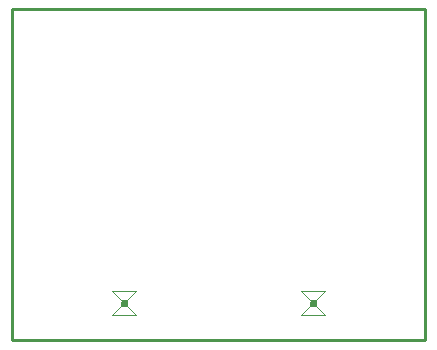
<source format=gko>
G04 EAGLE Gerber RS-274X export*
G75*
%MOMM*%
%FSLAX34Y34*%
%LPD*%
%IN*%
%IPPOS*%
%AMOC8*
5,1,8,0,0,1.08239X$1,22.5*%
G01*
%ADD10C,0.076200*%
%ADD11C,0.000000*%
%ADD12C,0.025400*%
%ADD13C,0.254000*%


D10*
X0Y0D02*
X0Y280000D01*
X350000Y280000D01*
X350000Y0D01*
X0Y0D01*
D11*
X93009Y31427D02*
X93011Y31516D01*
X93017Y31605D01*
X93027Y31694D01*
X93041Y31782D01*
X93058Y31869D01*
X93080Y31955D01*
X93106Y32041D01*
X93135Y32125D01*
X93168Y32208D01*
X93204Y32289D01*
X93245Y32369D01*
X93288Y32446D01*
X93335Y32522D01*
X93386Y32595D01*
X93439Y32666D01*
X93496Y32735D01*
X93556Y32801D01*
X93619Y32865D01*
X93684Y32925D01*
X93752Y32983D01*
X93823Y33037D01*
X93896Y33088D01*
X93971Y33136D01*
X94048Y33181D01*
X94127Y33222D01*
X94208Y33259D01*
X94290Y33293D01*
X94374Y33324D01*
X94459Y33350D01*
X94545Y33373D01*
X94632Y33391D01*
X94720Y33406D01*
X94809Y33417D01*
X94898Y33424D01*
X94987Y33427D01*
X95076Y33426D01*
X95165Y33421D01*
X95253Y33412D01*
X95342Y33399D01*
X95429Y33382D01*
X95516Y33362D01*
X95602Y33337D01*
X95686Y33309D01*
X95769Y33277D01*
X95851Y33241D01*
X95931Y33202D01*
X96009Y33159D01*
X96085Y33113D01*
X96159Y33063D01*
X96231Y33010D01*
X96300Y32954D01*
X96367Y32895D01*
X96431Y32833D01*
X96492Y32769D01*
X96551Y32701D01*
X96606Y32631D01*
X96658Y32559D01*
X96707Y32484D01*
X96752Y32408D01*
X96794Y32329D01*
X96832Y32249D01*
X96867Y32167D01*
X96898Y32083D01*
X96926Y31998D01*
X96949Y31912D01*
X96969Y31825D01*
X96985Y31738D01*
X96997Y31649D01*
X97005Y31561D01*
X97009Y31472D01*
X97009Y31382D01*
X97005Y31293D01*
X96997Y31205D01*
X96985Y31116D01*
X96969Y31029D01*
X96949Y30942D01*
X96926Y30856D01*
X96898Y30771D01*
X96867Y30687D01*
X96832Y30605D01*
X96794Y30525D01*
X96752Y30446D01*
X96707Y30370D01*
X96658Y30295D01*
X96606Y30223D01*
X96551Y30153D01*
X96492Y30085D01*
X96431Y30021D01*
X96367Y29959D01*
X96300Y29900D01*
X96231Y29844D01*
X96159Y29791D01*
X96085Y29741D01*
X96009Y29695D01*
X95931Y29652D01*
X95851Y29613D01*
X95769Y29577D01*
X95686Y29545D01*
X95602Y29517D01*
X95516Y29492D01*
X95429Y29472D01*
X95342Y29455D01*
X95253Y29442D01*
X95165Y29433D01*
X95076Y29428D01*
X94987Y29427D01*
X94898Y29430D01*
X94809Y29437D01*
X94720Y29448D01*
X94632Y29463D01*
X94545Y29481D01*
X94459Y29504D01*
X94374Y29530D01*
X94290Y29561D01*
X94208Y29595D01*
X94127Y29632D01*
X94048Y29673D01*
X93971Y29718D01*
X93896Y29766D01*
X93823Y29817D01*
X93752Y29871D01*
X93684Y29929D01*
X93619Y29989D01*
X93556Y30053D01*
X93496Y30119D01*
X93439Y30188D01*
X93386Y30259D01*
X93335Y30332D01*
X93288Y30408D01*
X93245Y30485D01*
X93204Y30565D01*
X93168Y30646D01*
X93135Y30729D01*
X93106Y30813D01*
X93080Y30899D01*
X93058Y30985D01*
X93041Y31072D01*
X93027Y31160D01*
X93017Y31249D01*
X93011Y31338D01*
X93009Y31427D01*
D12*
X84849Y21267D02*
X105169Y41587D01*
X84849Y41587D01*
X105169Y21267D01*
X84849Y21267D01*
D11*
X253009Y31427D02*
X253011Y31516D01*
X253017Y31605D01*
X253027Y31694D01*
X253041Y31782D01*
X253058Y31869D01*
X253080Y31955D01*
X253106Y32041D01*
X253135Y32125D01*
X253168Y32208D01*
X253204Y32289D01*
X253245Y32369D01*
X253288Y32446D01*
X253335Y32522D01*
X253386Y32595D01*
X253439Y32666D01*
X253496Y32735D01*
X253556Y32801D01*
X253619Y32865D01*
X253684Y32925D01*
X253752Y32983D01*
X253823Y33037D01*
X253896Y33088D01*
X253971Y33136D01*
X254048Y33181D01*
X254127Y33222D01*
X254208Y33259D01*
X254290Y33293D01*
X254374Y33324D01*
X254459Y33350D01*
X254545Y33373D01*
X254632Y33391D01*
X254720Y33406D01*
X254809Y33417D01*
X254898Y33424D01*
X254987Y33427D01*
X255076Y33426D01*
X255165Y33421D01*
X255253Y33412D01*
X255342Y33399D01*
X255429Y33382D01*
X255516Y33362D01*
X255602Y33337D01*
X255686Y33309D01*
X255769Y33277D01*
X255851Y33241D01*
X255931Y33202D01*
X256009Y33159D01*
X256085Y33113D01*
X256159Y33063D01*
X256231Y33010D01*
X256300Y32954D01*
X256367Y32895D01*
X256431Y32833D01*
X256492Y32769D01*
X256551Y32701D01*
X256606Y32631D01*
X256658Y32559D01*
X256707Y32484D01*
X256752Y32408D01*
X256794Y32329D01*
X256832Y32249D01*
X256867Y32167D01*
X256898Y32083D01*
X256926Y31998D01*
X256949Y31912D01*
X256969Y31825D01*
X256985Y31738D01*
X256997Y31649D01*
X257005Y31561D01*
X257009Y31472D01*
X257009Y31382D01*
X257005Y31293D01*
X256997Y31205D01*
X256985Y31116D01*
X256969Y31029D01*
X256949Y30942D01*
X256926Y30856D01*
X256898Y30771D01*
X256867Y30687D01*
X256832Y30605D01*
X256794Y30525D01*
X256752Y30446D01*
X256707Y30370D01*
X256658Y30295D01*
X256606Y30223D01*
X256551Y30153D01*
X256492Y30085D01*
X256431Y30021D01*
X256367Y29959D01*
X256300Y29900D01*
X256231Y29844D01*
X256159Y29791D01*
X256085Y29741D01*
X256009Y29695D01*
X255931Y29652D01*
X255851Y29613D01*
X255769Y29577D01*
X255686Y29545D01*
X255602Y29517D01*
X255516Y29492D01*
X255429Y29472D01*
X255342Y29455D01*
X255253Y29442D01*
X255165Y29433D01*
X255076Y29428D01*
X254987Y29427D01*
X254898Y29430D01*
X254809Y29437D01*
X254720Y29448D01*
X254632Y29463D01*
X254545Y29481D01*
X254459Y29504D01*
X254374Y29530D01*
X254290Y29561D01*
X254208Y29595D01*
X254127Y29632D01*
X254048Y29673D01*
X253971Y29718D01*
X253896Y29766D01*
X253823Y29817D01*
X253752Y29871D01*
X253684Y29929D01*
X253619Y29989D01*
X253556Y30053D01*
X253496Y30119D01*
X253439Y30188D01*
X253386Y30259D01*
X253335Y30332D01*
X253288Y30408D01*
X253245Y30485D01*
X253204Y30565D01*
X253168Y30646D01*
X253135Y30729D01*
X253106Y30813D01*
X253080Y30899D01*
X253058Y30985D01*
X253041Y31072D01*
X253027Y31160D01*
X253017Y31249D01*
X253011Y31338D01*
X253009Y31427D01*
D12*
X244849Y21267D02*
X265169Y41587D01*
X244849Y41587D01*
X265169Y21267D01*
X244849Y21267D01*
D13*
X0Y0D02*
X350000Y0D01*
X350000Y280000D01*
X0Y280000D01*
X0Y0D01*
X97009Y31230D02*
X96932Y30844D01*
X96781Y30480D01*
X96563Y30152D01*
X96284Y29874D01*
X95956Y29655D01*
X95592Y29504D01*
X95206Y29427D01*
X94812Y29427D01*
X94426Y29504D01*
X94062Y29655D01*
X93734Y29874D01*
X93456Y30152D01*
X93237Y30480D01*
X93086Y30844D01*
X93009Y31230D01*
X93009Y31624D01*
X93086Y32011D01*
X93237Y32375D01*
X93456Y32702D01*
X93734Y32981D01*
X94062Y33200D01*
X94426Y33351D01*
X94812Y33427D01*
X95206Y33427D01*
X95592Y33351D01*
X95956Y33200D01*
X96284Y32981D01*
X96563Y32702D01*
X96781Y32375D01*
X96932Y32011D01*
X97009Y31624D01*
X97009Y31230D01*
X257009Y31230D02*
X256932Y30844D01*
X256781Y30480D01*
X256563Y30152D01*
X256284Y29874D01*
X255956Y29655D01*
X255592Y29504D01*
X255206Y29427D01*
X254812Y29427D01*
X254426Y29504D01*
X254062Y29655D01*
X253734Y29874D01*
X253456Y30152D01*
X253237Y30480D01*
X253086Y30844D01*
X253009Y31230D01*
X253009Y31624D01*
X253086Y32011D01*
X253237Y32375D01*
X253456Y32702D01*
X253734Y32981D01*
X254062Y33200D01*
X254426Y33351D01*
X254812Y33427D01*
X255206Y33427D01*
X255592Y33351D01*
X255956Y33200D01*
X256284Y32981D01*
X256563Y32702D01*
X256781Y32375D01*
X256932Y32011D01*
X257009Y31624D01*
X257009Y31230D01*
M02*

</source>
